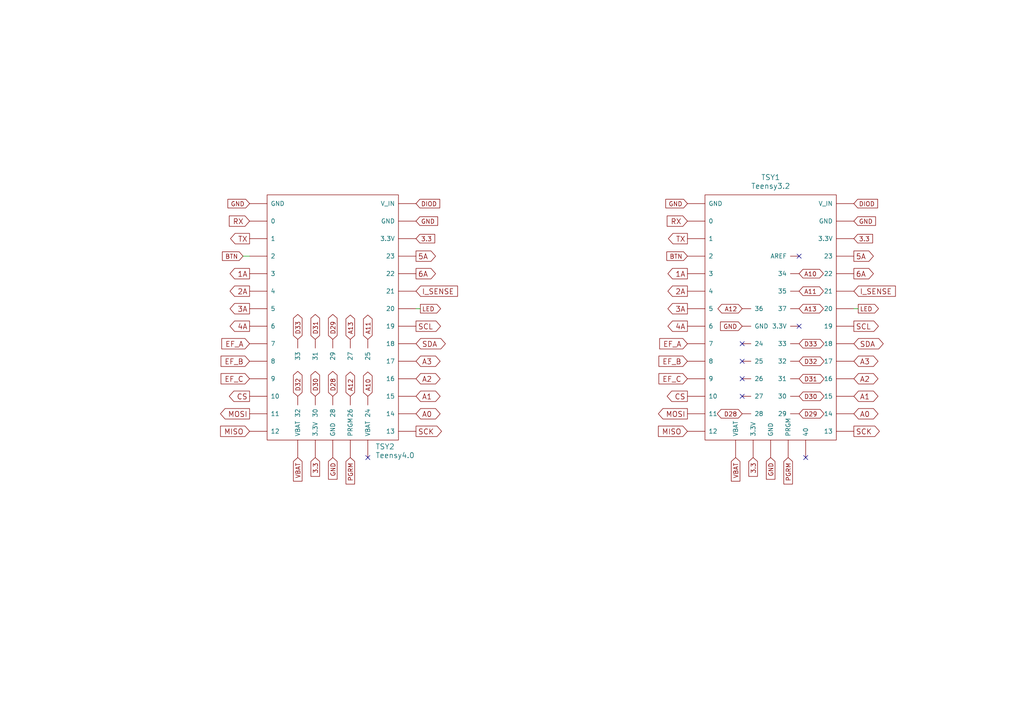
<source format=kicad_sch>
(kicad_sch (version 20230121) (generator eeschema)
  (paper "A4")
  (title_block (title "Teensy 4.0 to 3.2 Pinout Adapter") (date "2023-09-26") (rev "1.0"))
  (lib_symbols
    (symbol "MTB_V2:Teensy3.2" (pin_numbers hide) (pin_names (offset 1.016))
      (property "Reference" "TSY" (at 0 37.465 0))
      (property "Value" "Teensy3.2" (at 0 33.02 0))
      (symbol "Teensy3.2_0_0"
        (rectangle (start -19.05 35.56) (end 19.05 -35.56))
      )
      (symbol "Teensy3.2_1_1"
        (pin power_in line (at -24.13 33.02 0) (length 5.08) (name "GND") (number "1"))
        (pin bidirectional line (at -24.13 -12.7 0) (length 5.08) (name "8") (number "10"))
        (pin bidirectional line (at -24.13 -17.78 0) (length 5.08) (name "9") (number "11"))
        (pin bidirectional line (at -24.13 -22.86 0) (length 5.08) (name "10") (number "12"))
        (pin bidirectional line (at -24.13 -27.94 0) (length 5.08) (name "11") (number "13"))
        (pin bidirectional line (at -24.13 -33.02 0) (length 5.08) (name "12") (number "14"))
        (pin bidirectional line (at 24.13 -33.02 180) (length 5.08) (name "13") (number "15"))
        (pin bidirectional line (at 24.13 -27.94 180) (length 5.08) (name "14") (number "16"))
        (pin bidirectional line (at 24.13 -22.86 180) (length 5.08) (name "15") (number "17"))
        (pin bidirectional line (at 24.13 -17.78 180) (length 5.08) (name "16") (number "18"))
        (pin input line (at 24.13 -12.7 180) (length 5.08) (name "17") (number "19"))
        (pin bidirectional line (at -24.13 27.94 0) (length 5.08) (name "0") (number "2"))
        (pin bidirectional line (at 24.13 -7.62 180) (length 5.08) (name "18") (number "20"))
        (pin bidirectional line (at 24.13 -2.54 180) (length 5.08) (name "19") (number "21"))
        (pin bidirectional line (at 24.13 2.54 180) (length 5.08) (name "20") (number "22"))
        (pin bidirectional line (at 24.13 7.62 180) (length 5.08) (name "21") (number "23"))
        (pin bidirectional line (at 24.13 12.7 180) (length 5.08) (name "22") (number "24"))
        (pin bidirectional line (at 24.13 17.78 180) (length 5.08) (name "23") (number "25"))
        (pin power_out line (at 24.13 22.86 180) (length 5.08) (name "3.3V") (number "26"))
        (pin power_in line (at 24.13 27.94 180) (length 5.08) (name "GND") (number "27"))
        (pin power_in line (at 24.13 33.02 180) (length 5.08) (name "V_IN") (number "28"))
        (pin power_in line (at -10.16 -40.64 90) (length 5.08) (name "VBAT") (number "29"))
        (pin bidirectional line (at -24.13 22.86 0) (length 5.08) (name "1") (number "3"))
        (pin power_in line (at -5.08 -40.64 90) (length 5.08) (name "3.3V") (number "30"))
        (pin power_in line (at 0 -40.64 90) (length 5.08) (name "GND") (number "31"))
        (pin input line (at 5.08 -40.64 90) (length 5.08) (name "PRGM") (number "32"))
        (pin bidirectional line (at 10.16 -40.64 90) (length 5.08) (name "40") (number "33"))
        (pin bidirectional line (at -8.255 2.54 0) (length 2.54) (name "36") (number "34"))
        (pin power_in line (at -8.255 -2.54 0) (length 2.54) (name "GND") (number "35"))
        (pin bidirectional line (at -8.255 -7.62 0) (length 2.54) (name "24") (number "36"))
        (pin bidirectional line (at -8.255 -12.7 0) (length 2.54) (name "25") (number "37"))
        (pin bidirectional line (at -8.255 -17.78 0) (length 2.54) (name "26") (number "38"))
        (pin bidirectional line (at -8.255 -22.86 0) (length 2.54) (name "27") (number "39"))
        (pin bidirectional line (at -24.13 17.78 0) (length 5.08) (name "2") (number "4"))
        (pin bidirectional line (at -8.255 -27.94 0) (length 2.54) (name "28") (number "40"))
        (pin bidirectional line (at 8.255 -27.94 180) (length 2.54) (name "29") (number "41"))
        (pin bidirectional line (at 8.255 -22.86 180) (length 2.54) (name "30") (number "42"))
        (pin bidirectional line (at 8.255 -17.78 180) (length 2.54) (name "31") (number "43"))
        (pin bidirectional line (at 8.255 -12.7 180) (length 2.54) (name "32") (number "44"))
        (pin bidirectional line (at 8.255 -7.62 180) (length 2.54) (name "33") (number "45"))
        (pin power_in line (at 8.255 -2.54 180) (length 2.54) (name "3.3V") (number "46"))
        (pin bidirectional line (at 8.255 2.54 180) (length 2.54) (name "37") (number "47"))
        (pin bidirectional line (at 8.255 7.62 180) (length 2.54) (name "35") (number "48"))
        (pin bidirectional line (at 8.255 12.7 180) (length 2.54) (name "34") (number "49"))
        (pin output line (at -24.13 12.7 0) (length 5.08) (name "3") (number "5"))
        (pin input line (at 8.255 17.78 180) (length 2.54) (name "AREF") (number "50"))
        (pin bidirectional line (at -24.13 7.62 0) (length 5.08) (name "4") (number "6"))
        (pin bidirectional line (at -24.13 2.54 0) (length 5.08) (name "5") (number "7"))
        (pin bidirectional line (at -24.13 -2.54 0) (length 5.08) (name "6") (number "8"))
        (pin bidirectional line (at -24.13 -7.62 0) (length 5.08) (name "7") (number "9"))
      )
    )
    (symbol "MTB_V3:Teensy4.0" (pin_numbers hide) (pin_names (offset 1.016))
      (property "Reference" "TSY" (at 0 37.465 0))
      (property "Value" "Teensy4.0" (at 0 33.02 0))
      (symbol "Teensy4.0_0_0"
        (rectangle (start -19.05 35.56) (end 19.05 -35.56))
      )
      (symbol "Teensy4.0_1_1"
        (pin power_in line (at -24.13 33.02 0) (length 5.08) (name "GND") (number "1"))
        (pin bidirectional line (at -24.13 -12.7 0) (length 5.08) (name "8") (number "10"))
        (pin bidirectional line (at -24.13 -17.78 0) (length 5.08) (name "9") (number "11"))
        (pin bidirectional line (at -24.13 -22.86 0) (length 5.08) (name "10") (number "12"))
        (pin bidirectional line (at -24.13 -27.94 0) (length 5.08) (name "11") (number "13"))
        (pin bidirectional line (at -24.13 -33.02 0) (length 5.08) (name "12") (number "14"))
        (pin power_in line (at -10.16 -40.64 90) (length 5.08) (name "VBAT") (number "15"))
        (pin power_in line (at -5.08 -40.64 90) (length 5.08) (name "3.3V") (number "16"))
        (pin power_in line (at 0 -40.64 90) (length 5.08) (name "GND") (number "17"))
        (pin input line (at 5.08 -40.64 90) (length 5.08) (name "PRGM") (number "18"))
        (pin bidirectional line (at 10.16 -40.64 90) (length 5.08) (name "VBAT") (number "19"))
        (pin bidirectional line (at -24.13 27.94 0) (length 5.08) (name "0") (number "2"))
        (pin bidirectional line (at 24.13 -33.02 180) (length 5.08) (name "13") (number "20"))
        (pin bidirectional line (at 24.13 -27.94 180) (length 5.08) (name "14") (number "21"))
        (pin bidirectional line (at 24.13 -22.86 180) (length 5.08) (name "15") (number "22"))
        (pin bidirectional line (at 24.13 -17.78 180) (length 5.08) (name "16") (number "23"))
        (pin input line (at 24.13 -12.7 180) (length 5.08) (name "17") (number "24"))
        (pin bidirectional line (at 24.13 -7.62 180) (length 5.08) (name "18") (number "25"))
        (pin bidirectional line (at 10.16 -6.35 270) (length 2.54) (name "25") (number "25"))
        (pin bidirectional line (at 24.13 -2.54 180) (length 5.08) (name "19") (number "26"))
        (pin bidirectional line (at 5.08 -22.86 270) (length 2.54) (name "26") (number "26"))
        (pin bidirectional line (at 24.13 2.54 180) (length 5.08) (name "20") (number "27"))
        (pin bidirectional line (at 5.08 -6.35 270) (length 2.54) (name "27") (number "27"))
        (pin bidirectional line (at 24.13 7.62 180) (length 5.08) (name "21") (number "28"))
        (pin bidirectional line (at 0 -22.86 270) (length 2.54) (name "28") (number "28"))
        (pin bidirectional line (at 24.13 12.7 180) (length 5.08) (name "22") (number "29"))
        (pin bidirectional line (at 0 -6.35 270) (length 2.54) (name "29") (number "29"))
        (pin bidirectional line (at -24.13 22.86 0) (length 5.08) (name "1") (number "3"))
        (pin bidirectional line (at 24.13 17.78 180) (length 5.08) (name "23") (number "30"))
        (pin power_out line (at 24.13 22.86 180) (length 5.08) (name "3.3V") (number "31"))
        (pin power_in line (at 24.13 27.94 180) (length 5.08) (name "GND") (number "32"))
        (pin power_in line (at 24.13 33.02 180) (length 5.08) (name "V_IN") (number "33"))
        (pin bidirectional line (at 10.16 -22.86 270) (length 2.54) (name "24") (number "34"))
        (pin bidirectional line (at -24.13 17.78 0) (length 5.08) (name "2") (number "4"))
        (pin bidirectional line (at -5.08 -22.86 270) (length 2.54) (name "30") (number "40"))
        (pin bidirectional line (at -5.08 -6.35 270) (length 2.54) (name "31") (number "41"))
        (pin bidirectional line (at -10.16 -22.86 270) (length 2.54) (name "32") (number "42"))
        (pin bidirectional line (at -10.16 -6.35 270) (length 2.54) (name "33") (number "43"))
        (pin output line (at -24.13 12.7 0) (length 5.08) (name "3") (number "5"))
        (pin bidirectional line (at -24.13 7.62 0) (length 5.08) (name "4") (number "6"))
        (pin bidirectional line (at -24.13 2.54 0) (length 5.08) (name "5") (number "7"))
        (pin bidirectional line (at -24.13 -2.54 0) (length 5.08) (name "6") (number "8"))
        (pin bidirectional line (at -24.13 -7.62 0) (length 5.08) (name "7") (number "9"))
      )
    )
  )
  (no_connect (at 231.775 94.615))
  (no_connect (at 106.68 132.715))
  (no_connect (at 231.775 74.295))
  (no_connect (at 233.68 132.715))
  (no_connect (at 215.265 104.775))
  (no_connect (at 215.265 114.935))
  (no_connect (at 215.265 99.695))
  (no_connect (at 215.265 109.855))
  (wire (pts (xy 70.485 74.295) (xy 72.39 74.295)))
  (wire (pts (xy 247.65 89.535) (xy 248.92 89.535)))
  (wire (pts (xy 120.65 89.535) (xy 121.92 89.535)))
  (global_label "EF_A" (shape input) (at 199.39 99.695 180) (effects (font (size 1.524 1.524))) (property "Intersheetrefs" "${INTERSHEET_REFS}" (effects hide)))
  (global_label "A0" (shape bidirectional) (at 247.65 120.015 0) (effects (font (size 1.524 1.524))) (property "Intersheetrefs" "${INTERSHEET_REFS}" (effects hide)))
  (global_label "TX" (shape output) (at 72.39 69.215 180) (effects (font (size 1.524 1.524))) (property "Intersheetrefs" "${INTERSHEET_REFS}" (effects hide)))
  (global_label "GND" (shape input) (at 120.65 64.135 0) (property "Intersheetrefs" "${INTERSHEET_REFS}" (effects hide)))
  (global_label "SCK" (shape output) (at 247.65 125.095 0) (effects (font (size 1.524 1.524))) (property "Intersheetrefs" "${INTERSHEET_REFS}" (effects hide)))
  (global_label "5A" (shape output) (at 247.65 74.295 0) (effects (font (size 1.524 1.524))) (property "Intersheetrefs" "${INTERSHEET_REFS}" (effects hide)))
  (global_label "2A" (shape output) (at 199.39 84.455 180) (effects (font (size 1.524 1.524))) (property "Intersheetrefs" "${INTERSHEET_REFS}" (effects hide)))
  (global_label "MOSI" (shape output) (at 72.39 120.015 180) (effects (font (size 1.524 1.524))) (property "Intersheetrefs" "${INTERSHEET_REFS}" (effects hide)))
  (global_label "DIOD" (shape input) (at 120.65 59.055 0) (property "Intersheetrefs" "${INTERSHEET_REFS}" (effects hide)))
  (global_label "A13" (shape bidirectional) (at 101.6 98.425 90) (property "Intersheetrefs" "${INTERSHEET_REFS}" (effects hide)))
  (global_label "SDA" (shape bidirectional) (at 120.65 99.695 0) (effects (font (size 1.524 1.524))) (property "Intersheetrefs" "${INTERSHEET_REFS}" (effects hide)))
  (global_label "A3" (shape bidirectional) (at 120.65 104.775 0) (effects (font (size 1.524 1.524))) (property "Intersheetrefs" "${INTERSHEET_REFS}" (effects hide)))
  (global_label "EF_C" (shape input) (at 72.39 109.855 180) (effects (font (size 1.524 1.524))) (property "Intersheetrefs" "${INTERSHEET_REFS}" (effects hide)))
  (global_label "3.3" (shape input) (at 247.65 69.215 0) (property "Intersheetrefs" "${INTERSHEET_REFS}" (effects hide)))
  (global_label "SDA" (shape bidirectional) (at 247.65 99.695 0) (effects (font (size 1.524 1.524))) (property "Intersheetrefs" "${INTERSHEET_REFS}" (effects hide)))
  (global_label "BTN" (shape input) (at 199.39 74.295 180) (property "Intersheetrefs" "${INTERSHEET_REFS}" (effects hide)))
  (global_label "D28" (shape bidirectional) (at 96.52 114.935 90) (property "Intersheetrefs" "${INTERSHEET_REFS}" (effects hide)))
  (global_label "3A" (shape output) (at 199.39 89.535 180) (effects (font (size 1.524 1.524))) (property "Intersheetrefs" "${INTERSHEET_REFS}" (effects hide)))
  (global_label "GND" (shape input) (at 247.65 64.135 0) (property "Intersheetrefs" "${INTERSHEET_REFS}" (effects hide)))
  (global_label "D32" (shape bidirectional) (at 86.36 114.935 90) (property "Intersheetrefs" "${INTERSHEET_REFS}" (effects hide)))
  (global_label "D29" (shape bidirectional) (at 231.775 120.015 0) (property "Intersheetrefs" "${INTERSHEET_REFS}" (effects hide)))
  (global_label "SCK" (shape output) (at 120.65 125.095 0) (effects (font (size 1.524 1.524))) (property "Intersheetrefs" "${INTERSHEET_REFS}" (effects hide)))
  (global_label "GND" (shape input) (at 72.39 59.055 180) (property "Intersheetrefs" "${INTERSHEET_REFS}" (effects hide)))
  (global_label "4A" (shape output) (at 199.39 94.615 180) (effects (font (size 1.524 1.524))) (property "Intersheetrefs" "${INTERSHEET_REFS}" (effects hide)))
  (global_label "RX" (shape input) (at 199.39 64.135 180) (effects (font (size 1.524 1.524))) (property "Intersheetrefs" "${INTERSHEET_REFS}" (effects hide)))
  (global_label "GND" (shape input) (at 215.265 94.615 180) (property "Intersheetrefs" "${INTERSHEET_REFS}" (effects hide)))
  (global_label "A2" (shape bidirectional) (at 247.65 109.855 0) (effects (font (size 1.524 1.524))) (property "Intersheetrefs" "${INTERSHEET_REFS}" (effects hide)))
  (global_label "A11" (shape bidirectional) (at 231.775 84.455 0) (property "Intersheetrefs" "${INTERSHEET_REFS}" (effects hide)))
  (global_label "D30" (shape bidirectional) (at 91.44 114.935 90) (property "Intersheetrefs" "${INTERSHEET_REFS}" (effects hide)))
  (global_label "1A" (shape output) (at 72.39 79.375 180) (effects (font (size 1.524 1.524))) (property "Intersheetrefs" "${INTERSHEET_REFS}" (effects hide)))
  (global_label "D33" (shape bidirectional) (at 231.775 99.695 0) (property "Intersheetrefs" "${INTERSHEET_REFS}" (effects hide)))
  (global_label "D31" (shape bidirectional) (at 91.44 98.425 90) (property "Intersheetrefs" "${INTERSHEET_REFS}" (effects hide)))
  (global_label "I_SENSE" (shape input) (at 247.65 84.455 0) (effects (font (size 1.524 1.524))) (property "Intersheetrefs" "${INTERSHEET_REFS}" (effects hide)))
  (global_label "A1" (shape bidirectional) (at 120.65 114.935 0) (effects (font (size 1.524 1.524))) (property "Intersheetrefs" "${INTERSHEET_REFS}" (effects hide)))
  (global_label "A12" (shape bidirectional) (at 101.6 114.935 90) (property "Intersheetrefs" "${INTERSHEET_REFS}" (effects hide)))
  (global_label "I_SENSE" (shape input) (at 120.65 84.455 0) (effects (font (size 1.524 1.524))) (property "Intersheetrefs" "${INTERSHEET_REFS}" (effects hide)))
  (global_label "A12" (shape bidirectional) (at 215.265 89.535 180) (property "Intersheetrefs" "${INTERSHEET_REFS}" (effects hide)))
  (global_label "D32" (shape bidirectional) (at 231.775 104.775 0) (property "Intersheetrefs" "${INTERSHEET_REFS}" (effects hide)))
  (global_label "3A" (shape output) (at 72.39 89.535 180) (effects (font (size 1.524 1.524))) (property "Intersheetrefs" "${INTERSHEET_REFS}" (effects hide)))
  (global_label "A13" (shape bidirectional) (at 231.775 89.535 0) (property "Intersheetrefs" "${INTERSHEET_REFS}" (effects hide)))
  (global_label "PGRM" (shape input) (at 228.6 132.715 270) (property "Intersheetrefs" "${INTERSHEET_REFS}" (effects hide)))
  (global_label "VBAT" (shape input) (at 213.36 132.715 270) (property "Intersheetrefs" "${INTERSHEET_REFS}" (effects hide)))
  (global_label "EF_B" (shape input) (at 72.39 104.775 180) (effects (font (size 1.524 1.524))) (property "Intersheetrefs" "${INTERSHEET_REFS}" (effects hide)))
  (global_label "A0" (shape bidirectional) (at 120.65 120.015 0) (effects (font (size 1.524 1.524))) (property "Intersheetrefs" "${INTERSHEET_REFS}" (effects hide)))
  (global_label "BTN" (shape input) (at 70.485 74.295 180) (property "Intersheetrefs" "${INTERSHEET_REFS}" (effects hide)))
  (global_label "MISO" (shape input) (at 199.39 125.095 180) (effects (font (size 1.524 1.524))) (property "Intersheetrefs" "${INTERSHEET_REFS}" (effects hide)))
  (global_label "LED" (shape output) (at 121.92 89.535 0) (property "Intersheetrefs" "${INTERSHEET_REFS}" (effects hide)))
  (global_label "5A" (shape output) (at 120.65 74.295 0) (effects (font (size 1.524 1.524))) (property "Intersheetrefs" "${INTERSHEET_REFS}" (effects hide)))
  (global_label "3.3" (shape input) (at 120.65 69.215 0) (property "Intersheetrefs" "${INTERSHEET_REFS}" (effects hide)))
  (global_label "D30" (shape bidirectional) (at 231.775 114.935 0) (property "Intersheetrefs" "${INTERSHEET_REFS}" (effects hide)))
  (global_label "CS" (shape output) (at 199.39 114.935 180) (effects (font (size 1.524 1.524))) (property "Intersheetrefs" "${INTERSHEET_REFS}" (effects hide)))
  (global_label "GND" (shape input) (at 223.52 132.715 270) (property "Intersheetrefs" "${INTERSHEET_REFS}" (effects hide)))
  (global_label "3.3" (shape input) (at 218.44 132.715 270) (property "Intersheetrefs" "${INTERSHEET_REFS}" (effects hide)))
  (global_label "D31" (shape bidirectional) (at 231.775 109.855 0) (property "Intersheetrefs" "${INTERSHEET_REFS}" (effects hide)))
  (global_label "TX" (shape output) (at 199.39 69.215 180) (effects (font (size 1.524 1.524))) (property "Intersheetrefs" "${INTERSHEET_REFS}" (effects hide)))
  (global_label "LED" (shape output) (at 248.92 89.535 0) (property "Intersheetrefs" "${INTERSHEET_REFS}" (effects hide)))
  (global_label "A1" (shape bidirectional) (at 247.65 114.935 0) (effects (font (size 1.524 1.524))) (property "Intersheetrefs" "${INTERSHEET_REFS}" (effects hide)))
  (global_label "2A" (shape output) (at 72.39 84.455 180) (effects (font (size 1.524 1.524))) (property "Intersheetrefs" "${INTERSHEET_REFS}" (effects hide)))
  (global_label "MOSI" (shape output) (at 199.39 120.015 180) (effects (font (size 1.524 1.524))) (property "Intersheetrefs" "${INTERSHEET_REFS}" (effects hide)))
  (global_label "EF_C" (shape input) (at 199.39 109.855 180) (effects (font (size 1.524 1.524))) (property "Intersheetrefs" "${INTERSHEET_REFS}" (effects hide)))
  (global_label "6A" (shape output) (at 247.65 79.375 0) (effects (font (size 1.524 1.524))) (property "Intersheetrefs" "${INTERSHEET_REFS}" (effects hide)))
  (global_label "MISO" (shape input) (at 72.39 125.095 180) (effects (font (size 1.524 1.524))) (property "Intersheetrefs" "${INTERSHEET_REFS}" (effects hide)))
  (global_label "VBAT" (shape input) (at 86.36 132.715 270) (property "Intersheetrefs" "${INTERSHEET_REFS}" (effects hide)))
  (global_label "GND" (shape input) (at 96.52 132.715 270) (property "Intersheetrefs" "${INTERSHEET_REFS}" (effects hide)))
  (global_label "4A" (shape output) (at 72.39 94.615 180) (effects (font (size 1.524 1.524))) (property "Intersheetrefs" "${INTERSHEET_REFS}" (effects hide)))
  (global_label "1A" (shape output) (at 199.39 79.375 180) (effects (font (size 1.524 1.524))) (property "Intersheetrefs" "${INTERSHEET_REFS}" (effects hide)))
  (global_label "SCL" (shape output) (at 247.65 94.615 0) (effects (font (size 1.524 1.524))) (property "Intersheetrefs" "${INTERSHEET_REFS}" (effects hide)))
  (global_label "D33" (shape bidirectional) (at 86.36 98.425 90) (property "Intersheetrefs" "${INTERSHEET_REFS}" (effects hide)))
  (global_label "A10" (shape bidirectional) (at 231.775 79.375 0) (property "Intersheetrefs" "${INTERSHEET_REFS}" (effects hide)))
  (global_label "CS" (shape output) (at 72.39 114.935 180) (effects (font (size 1.524 1.524))) (property "Intersheetrefs" "${INTERSHEET_REFS}" (effects hide)))
  (global_label "EF_A" (shape input) (at 72.39 99.695 180) (effects (font (size 1.524 1.524))) (property "Intersheetrefs" "${INTERSHEET_REFS}" (effects hide)))
  (global_label "A3" (shape bidirectional) (at 247.65 104.775 0) (effects (font (size 1.524 1.524))) (property "Intersheetrefs" "${INTERSHEET_REFS}" (effects hide)))
  (global_label "6A" (shape output) (at 120.65 79.375 0) (effects (font (size 1.524 1.524))) (property "Intersheetrefs" "${INTERSHEET_REFS}" (effects hide)))
  (global_label "A11" (shape bidirectional) (at 106.68 98.425 90) (property "Intersheetrefs" "${INTERSHEET_REFS}" (effects hide)))
  (global_label "D28" (shape bidirectional) (at 215.265 120.015 180) (property "Intersheetrefs" "${INTERSHEET_REFS}" (effects hide)))
  (global_label "PGRM" (shape input) (at 101.6 132.715 270) (property "Intersheetrefs" "${INTERSHEET_REFS}" (effects hide)))
  (global_label "3.3" (shape input) (at 91.44 132.715 270) (property "Intersheetrefs" "${INTERSHEET_REFS}" (effects hide)))
  (global_label "A2" (shape bidirectional) (at 120.65 109.855 0) (effects (font (size 1.524 1.524))) (property "Intersheetrefs" "${INTERSHEET_REFS}" (effects hide)))
  (global_label "A10" (shape bidirectional) (at 106.68 114.935 90) (property "Intersheetrefs" "${INTERSHEET_REFS}" (effects hide)))
  (global_label "SCL" (shape output) (at 120.65 94.615 0) (effects (font (size 1.524 1.524))) (property "Intersheetrefs" "${INTERSHEET_REFS}" (effects hide)))
  (global_label "EF_B" (shape input) (at 199.39 104.775 180) (effects (font (size 1.524 1.524))) (property "Intersheetrefs" "${INTERSHEET_REFS}" (effects hide)))
  (global_label "D29" (shape bidirectional) (at 96.52 98.425 90) (property "Intersheetrefs" "${INTERSHEET_REFS}" (effects hide)))
  (global_label "RX" (shape input) (at 72.39 64.135 180) (effects (font (size 1.524 1.524))) (property "Intersheetrefs" "${INTERSHEET_REFS}" (effects hide)))
  (global_label "DIOD" (shape input) (at 247.65 59.055 0) (property "Intersheetrefs" "${INTERSHEET_REFS}" (effects hide)))
  (global_label "GND" (shape input) (at 199.39 59.055 180) (property "Intersheetrefs" "${INTERSHEET_REFS}" (effects hide)))
  (symbol (lib_id "MTB_V3:Teensy4.0") (at 96.52 92.075 0) (unit 1)
    (property "Reference" "TSY2" (at 108.8741 129.54 0) (effects (font (size 1.524 1.524)) (justify left)))
    (property "Value" "Teensy4.0" (at 108.8741 132.08 0) (effects (font (size 1.524 1.524)) (justify left)))
    (property "Footprint" "MTB_V3:Teensy40" (effects hide))
  )
  (symbol (lib_id "MTB_V2:Teensy3.2") (at 223.52 92.075 0) (unit 1)
    (property "Reference" "TSY1" (at 223.52 51.435 0) (effects (font (size 1.524 1.524))))
    (property "Value" "Teensy3.2" (at 223.52 53.975 0) (effects (font (size 1.524 1.524))))
    (property "Footprint" "MTB_V2_Footprints:Teensy" (effects hide))
  )
)
</source>
